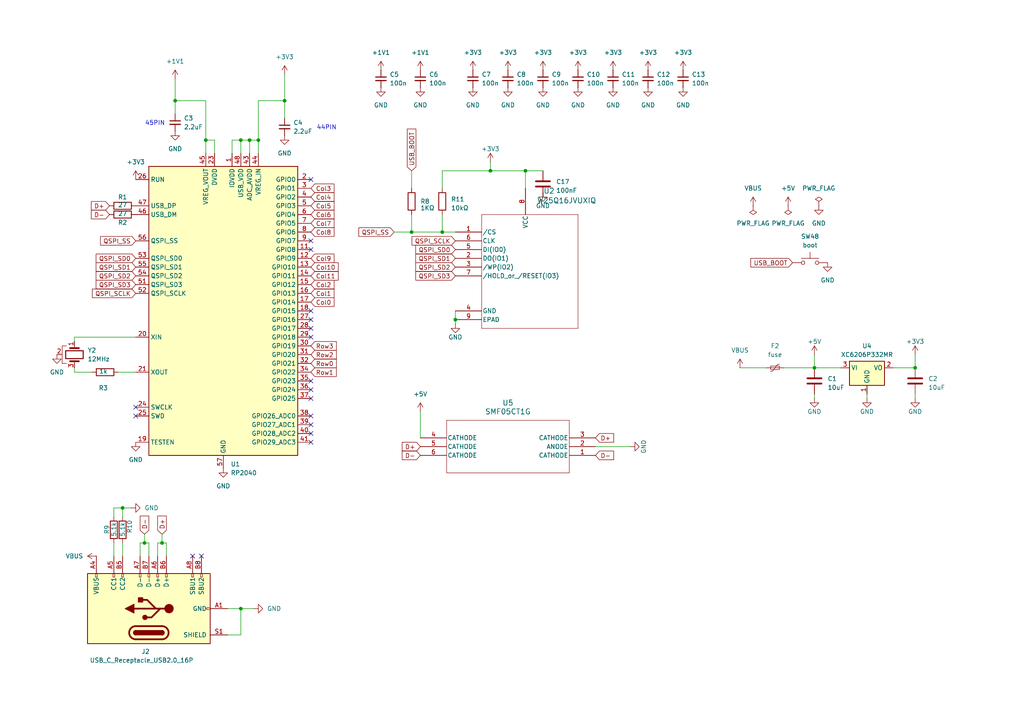
<source format=kicad_sch>
(kicad_sch (version 20250114) (generator "eeschema") (generator_version "9.0")
  (paper "A4")
  (text "45PIN" (at 44.958 35.814 0) (effects (font (size 1.27 1.27))))
  (text "44PIN" (at 94.742 37.084 0) (effects (font (size 1.27 1.27))))
  (junction (at 391.16 -5.08))
  (junction (at 332.74 -50.8))
  (junction (at 267.97 -69.85))
  (junction (at 283.21 -43.18))
  (junction (at 311.15 -69.85))
  (junction (at 375.92 -50.8))
  (junction (at 69.85 40.64))
  (junction (at 152.4 49.53))
  (junction (at 337.82 -5.08))
  (junction (at 119.38 67.31))
  (junction (at 224.79 -50.8))
  (junction (at 240.03 -5.08))
  (junction (at 326.39 -43.18))
  (junction (at 419.1 -69.85))
  (junction (at 419.1 -50.8))
  (junction (at 412.75 -43.18))
  (junction (at 265.43 106.68))
  (junction (at 304.8 -43.18))
  (junction (at 203.2 -69.85))
  (junction (at 261.62 -62.23))
  (junction (at 72.39 40.64))
  (junction (at 304.8 -5.08))
  (junction (at 369.57 -62.23))
  (junction (at 304.8 -24.13))
  (junction (at 128.27 67.31))
  (junction (at 132.08 92.71))
  (junction (at 283.21 -62.23))
  (junction (at 347.98 -62.23))
  (junction (at 419.1 -31.75))
  (junction (at 311.15 -31.75))
  (junction (at 261.62 -24.13))
  (junction (at 69.85 176.53))
  (junction (at 240.03 -24.13))
  (junction (at 397.51 -69.85))
  (junction (at 224.79 -31.75))
  (junction (at 397.51 -50.8))
  (junction (at 412.75 -24.13))
  (junction (at 326.39 -24.13))
  (junction (at 434.34 -24.13))
  (junction (at 203.2 -50.8))
  (junction (at 391.16 -24.13))
  (junction (at 375.92 -69.85))
  (junction (at 412.75 -62.23))
  (junction (at 218.44 -43.18))
  (junction (at 82.55 29.21))
  (junction (at 261.62 -43.18))
  (junction (at 354.33 -69.85))
  (junction (at 218.44 -24.13))
  (junction (at 434.34 -62.23))
  (junction (at 246.38 -69.85))
  (junction (at 354.33 -50.8))
  (junction (at 267.97 -31.75))
  (junction (at 59.69 40.64))
  (junction (at 369.57 -24.13))
  (junction (at 326.39 -62.23))
  (junction (at 283.21 -5.08))
  (junction (at 267.97 -50.8))
  (junction (at 142.24 49.53))
  (junction (at 218.44 -5.08))
  (junction (at 289.56 -31.75))
  (junction (at 246.38 -31.75))
  (junction (at 369.57 -5.08))
  (junction (at 246.38 -50.8))
  (junction (at 50.8 29.21))
  (junction (at 391.16 -62.23))
  (junction (at 240.03 -62.23))
  (junction (at 261.62 -5.08))
  (junction (at 347.98 -24.13))
  (junction (at 289.56 -50.8))
  (junction (at 397.51 -31.75))
  (junction (at 41.91 157.48))
  (junction (at 35.56 147.32))
  (junction (at 236.22 106.68))
  (junction (at 434.34 -43.18))
  (junction (at 347.98 -43.18))
  (junction (at 332.74 -69.85))
  (junction (at 434.34 -5.08))
  (junction (at 74.93 40.64))
  (junction (at 46.99 157.48))
  (junction (at 440.69 -31.75))
  (junction (at 283.21 -24.13))
  (junction (at 311.15 -50.8))
  (junction (at 354.33 -31.75))
  (junction (at 289.56 -69.85))
  (junction (at 391.16 -43.18))
  (junction (at 203.2 -31.75))
  (junction (at 440.69 -50.8))
  (junction (at 412.75 -5.08))
  (junction (at 304.8 -62.23))
  (junction (at 375.92 -31.75))
  (junction (at 218.44 -62.23))
  (junction (at 240.03 -43.18))
  (junction (at 224.79 -69.85))
  (junction (at 440.69 -69.85))
  (junction (at 369.57 -43.18))
  (no_connect (at 90.17 92.71))
  (no_connect (at 90.17 69.85))
  (no_connect (at 90.17 90.17))
  (no_connect (at 39.37 118.11))
  (no_connect (at 58.42 161.29))
  (no_connect (at 90.17 95.25))
  (no_connect (at 90.17 110.49))
  (no_connect (at 90.17 97.79))
  (no_connect (at 90.17 52.07))
  (no_connect (at 90.17 115.57))
  (no_connect (at 39.37 120.65))
  (no_connect (at 90.17 113.03))
  (no_connect (at 90.17 123.19))
  (no_connect (at 90.17 125.73))
  (no_connect (at 90.17 128.27))
  (no_connect (at 55.88 161.29))
  (no_connect (at 90.17 72.39))
  (no_connect (at 90.17 120.65))
  (wire (pts (xy 142.24 49.53) (xy 142.24 46.99)))
  (wire (pts (xy 66.04 184.15) (xy 69.85 184.15)))
  (wire (pts (xy 419.1 -69.85) (xy 419.1 -50.8)))
  (wire (pts (xy 114.3 67.31) (xy 119.38 67.31)))
  (wire (pts (xy 326.39 -24.13) (xy 347.98 -24.13)))
  (wire (pts (xy 369.57 -43.18) (xy 391.16 -43.18)))
  (wire (pts (xy 200.66 -24.13) (xy 218.44 -24.13)))
  (wire (pts (xy 246.38 -50.8) (xy 246.38 -31.75)))
  (wire (pts (xy 59.69 44.45) (xy 59.69 40.64)))
  (wire (pts (xy 419.1 -50.8) (xy 419.1 -31.75)))
  (wire (pts (xy 50.8 29.21) (xy 59.69 29.21)))
  (wire (pts (xy 69.85 176.53) (xy 73.66 176.53)))
  (wire (pts (xy 283.21 -62.23) (xy 304.8 -62.23)))
  (wire (pts (xy 265.43 115.57) (xy 265.43 114.3)))
  (wire (pts (xy 41.91 157.48) (xy 41.91 154.94)))
  (wire (pts (xy 132.08 92.71) (xy 132.08 93.98)))
  (wire (pts (xy 240.03 -24.13) (xy 261.62 -24.13)))
  (wire (pts (xy 132.08 90.17) (xy 132.08 92.71)))
  (wire (pts (xy 419.1 -81.28) (xy 419.1 -69.85)))
  (wire (pts (xy 332.74 -81.28) (xy 332.74 -69.85)))
  (wire (pts (xy 59.69 40.64) (xy 59.69 29.21)))
  (wire (pts (xy 236.22 114.3) (xy 236.22 115.57)))
  (wire (pts (xy 218.44 -62.23) (xy 240.03 -62.23)))
  (wire (pts (xy 391.16 -5.08) (xy 412.75 -5.08)))
  (wire (pts (xy 119.38 62.23) (xy 119.38 67.31)))
  (wire (pts (xy 326.39 -43.18) (xy 347.98 -43.18)))
  (wire (pts (xy 35.56 147.32) (xy 38.1 147.32)))
  (wire (pts (xy 203.2 -31.75) (xy 203.2 -12.7)))
  (wire (pts (xy 69.85 40.64) (xy 69.85 44.45)))
  (wire (pts (xy 142.24 49.53) (xy 152.4 49.53)))
  (wire (pts (xy 128.27 62.23) (xy 128.27 67.31)))
  (wire (pts (xy 267.97 -81.28) (xy 267.97 -69.85)))
  (wire (pts (xy 369.57 -62.23) (xy 391.16 -62.23)))
  (wire (pts (xy 67.31 40.64) (xy 67.31 44.45)))
  (wire (pts (xy 283.21 -43.18) (xy 304.8 -43.18)))
  (wire (pts (xy 419.1 -31.75) (xy 419.1 -12.7)))
  (wire (pts (xy 121.92 119.38) (xy 121.92 127)))
  (wire (pts (xy 326.39 -62.23) (xy 347.98 -62.23)))
  (wire (pts (xy 35.56 147.32) (xy 35.56 149.86)))
  (wire (pts (xy 289.56 -31.75) (xy 289.56 -12.7)))
  (wire (pts (xy 69.85 184.15) (xy 69.85 176.53)))
  (wire (pts (xy 218.44 -43.18) (xy 240.03 -43.18)))
  (wire (pts (xy 218.44 -24.13) (xy 240.03 -24.13)))
  (wire (pts (xy 289.56 -69.85) (xy 289.56 -50.8)))
  (wire (pts (xy 434.34 -62.23) (xy 455.93 -62.23)))
  (wire (pts (xy 236.22 106.68) (xy 236.22 102.87)))
  (wire (pts (xy 259.08 106.68) (xy 265.43 106.68)))
  (wire (pts (xy 224.79 -50.8) (xy 224.79 -31.75)))
  (wire (pts (xy 240.03 -5.08) (xy 261.62 -5.08)))
  (wire (pts (xy 218.44 -5.08) (xy 240.03 -5.08)))
  (wire (pts (xy 397.51 -31.75) (xy 397.51 -12.7)))
  (wire (pts (xy 152.4 49.53) (xy 157.48 49.53)))
  (wire (pts (xy 236.22 106.68) (xy 243.84 106.68)))
  (wire (pts (xy 267.97 -31.75) (xy 267.97 -12.7)))
  (wire (pts (xy 354.33 -50.8) (xy 354.33 -31.75)))
  (wire (pts (xy 311.15 -69.85) (xy 311.15 -50.8)))
  (wire (pts (xy 369.57 -24.13) (xy 391.16 -24.13)))
  (wire (pts (xy 62.23 44.45) (xy 62.23 40.64)))
  (wire (pts (xy 50.8 29.21) (xy 50.8 33.02)))
  (wire (pts (xy 412.75 -43.18) (xy 434.34 -43.18)))
  (wire (pts (xy 74.93 40.64) (xy 74.93 44.45)))
  (wire (pts (xy 26.67 107.95) (xy 21.59 107.95)))
  (wire (pts (xy 412.75 -5.08) (xy 434.34 -5.08)))
  (wire (pts (xy 48.26 157.48) (xy 46.99 157.48)))
  (wire (pts (xy 40.64 161.29) (xy 40.64 157.48)))
  (wire (pts (xy 43.18 157.48) (xy 41.91 157.48)))
  (wire (pts (xy 332.74 -50.8) (xy 332.74 -31.75)))
  (wire (pts (xy 246.38 -81.28) (xy 246.38 -69.85)))
  (wire (pts (xy 224.79 -69.85) (xy 224.79 -50.8)))
  (wire (pts (xy 82.55 21.59) (xy 82.55 29.21)))
  (wire (pts (xy 152.4 49.53) (xy 152.4 54.61)))
  (wire (pts (xy 434.34 -43.18) (xy 455.93 -43.18)))
  (wire (pts (xy 21.59 97.79) (xy 21.59 99.06)))
  (wire (pts (xy 251.46 115.57) (xy 251.46 114.3)))
  (wire (pts (xy 347.98 -62.23) (xy 369.57 -62.23)))
  (wire (pts (xy 74.93 40.64) (xy 74.93 29.21)))
  (wire (pts (xy 412.75 -24.13) (xy 434.34 -24.13)))
  (wire (pts (xy 391.16 -62.23) (xy 412.75 -62.23)))
  (wire (pts (xy 434.34 -5.08) (xy 455.93 -5.08)))
  (wire (pts (xy 412.75 -62.23) (xy 434.34 -62.23)))
  (wire (pts (xy 128.27 49.53) (xy 128.27 54.61)))
  (wire (pts (xy 35.56 157.48) (xy 35.56 161.29)))
  (wire (pts (xy 304.8 -43.18) (xy 326.39 -43.18)))
  (wire (pts (xy 45.72 161.29) (xy 45.72 157.48)))
  (wire (pts (xy 261.62 -5.08) (xy 283.21 -5.08)))
  (wire (pts (xy 283.21 -5.08) (xy 304.8 -5.08)))
  (wire (pts (xy 82.55 29.21) (xy 82.55 34.29)))
  (wire (pts (xy 347.98 -24.13) (xy 369.57 -24.13)))
  (wire (pts (xy 203.2 -81.28) (xy 203.2 -69.85)))
  (wire (pts (xy 200.66 -62.23) (xy 218.44 -62.23)))
  (wire (pts (xy 157.48 55.88) (xy 157.48 57.15)))
  (wire (pts (xy 289.56 -81.28) (xy 289.56 -69.85)))
  (wire (pts (xy 354.33 -69.85) (xy 354.33 -50.8)))
  (wire (pts (xy 311.15 -31.75) (xy 311.15 -12.7)))
  (wire (pts (xy 240.03 -43.18) (xy 261.62 -43.18)))
  (wire (pts (xy 224.79 -31.75) (xy 224.79 -12.7)))
  (wire (pts (xy 67.31 40.64) (xy 69.85 40.64)))
  (wire (pts (xy 375.92 -31.75) (xy 375.92 -12.7)))
  (wire (pts (xy 69.85 40.64) (xy 72.39 40.64)))
  (wire (pts (xy 21.59 107.95) (xy 21.59 106.68)))
  (wire (pts (xy 337.82 -5.08) (xy 369.57 -5.08)))
  (wire (pts (xy 200.66 -5.08) (xy 218.44 -5.08)))
  (wire (pts (xy 311.15 -81.28) (xy 311.15 -69.85)))
  (wire (pts (xy 224.79 -81.28) (xy 224.79 -69.85)))
  (wire (pts (xy 397.51 -69.85) (xy 397.51 -50.8)))
  (wire (pts (xy 369.57 -5.08) (xy 391.16 -5.08)))
  (wire (pts (xy 354.33 -31.75) (xy 354.33 -12.7)))
  (wire (pts (xy 397.51 -81.28) (xy 397.51 -69.85)))
  (wire (pts (xy 311.15 -12.7) (xy 322.58 -12.7)))
  (wire (pts (xy 45.72 157.48) (xy 46.99 157.48)))
  (wire (pts (xy 246.38 -69.85) (xy 246.38 -50.8)))
  (wire (pts (xy 48.26 161.29) (xy 48.26 157.48)))
  (wire (pts (xy 40.64 157.48) (xy 41.91 157.48)))
  (wire (pts (xy 304.8 -24.13) (xy 326.39 -24.13)))
  (wire (pts (xy 391.16 -43.18) (xy 412.75 -43.18)))
  (wire (pts (xy 240.03 -62.23) (xy 261.62 -62.23)))
  (wire (pts (xy 267.97 -69.85) (xy 267.97 -50.8)))
  (wire (pts (xy 304.8 -5.08) (xy 337.82 -5.08)))
  (wire (pts (xy 203.2 -69.85) (xy 203.2 -50.8)))
  (wire (pts (xy 33.02 147.32) (xy 35.56 147.32)))
  (wire (pts (xy 182.88 129.54) (xy 172.72 129.54)))
  (wire (pts (xy 397.51 -50.8) (xy 397.51 -31.75)))
  (wire (pts (xy 440.69 -50.8) (xy 440.69 -31.75)))
  (wire (pts (xy 375.92 -69.85) (xy 375.92 -50.8)))
  (wire (pts (xy 33.02 157.48) (xy 33.02 161.29)))
  (wire (pts (xy 74.93 29.21) (xy 82.55 29.21)))
  (wire (pts (xy 261.62 -24.13) (xy 283.21 -24.13)))
  (wire (pts (xy 261.62 -43.18) (xy 283.21 -43.18)))
  (wire (pts (xy 128.27 67.31) (xy 132.08 67.31)))
  (wire (pts (xy 440.69 -69.85) (xy 440.69 -50.8)))
  (wire (pts (xy 347.98 -43.18) (xy 369.57 -43.18)))
  (wire (pts (xy 354.33 -81.28) (xy 354.33 -69.85)))
  (wire (pts (xy 72.39 40.64) (xy 72.39 44.45)))
  (wire (pts (xy 265.43 102.87) (xy 265.43 106.68)))
  (wire (pts (xy 267.97 -50.8) (xy 267.97 -31.75)))
  (wire (pts (xy 50.8 22.86) (xy 50.8 29.21)))
  (wire (pts (xy 203.2 -50.8) (xy 203.2 -31.75)))
  (wire (pts (xy 311.15 -50.8) (xy 311.15 -31.75)))
  (wire (pts (xy 214.63 106.68) (xy 222.25 106.68)))
  (wire (pts (xy 33.02 149.86) (xy 33.02 147.32)))
  (wire (pts (xy 43.18 161.29) (xy 43.18 157.48)))
  (wire (pts (xy 391.16 -24.13) (xy 412.75 -24.13)))
  (wire (pts (xy 375.92 -50.8) (xy 375.92 -31.75)))
  (wire (pts (xy 59.69 40.64) (xy 62.23 40.64)))
  (wire (pts (xy 440.69 -81.28) (xy 440.69 -69.85)))
  (wire (pts (xy 142.24 49.53) (xy 128.27 49.53)))
  (wire (pts (xy 39.37 97.79) (xy 21.59 97.79)))
  (wire (pts (xy 46.99 157.48) (xy 46.99 154.94)))
  (wire (pts (xy 283.21 -24.13) (xy 304.8 -24.13)))
  (wire (pts (xy 434.34 -24.13) (xy 455.93 -24.13)))
  (wire (pts (xy 332.74 -69.85) (xy 332.74 -50.8)))
  (wire (pts (xy 375.92 -81.28) (xy 375.92 -69.85)))
  (wire (pts (xy 304.8 -62.23) (xy 326.39 -62.23)))
  (wire (pts (xy 119.38 49.53) (xy 119.38 54.61)))
  (wire (pts (xy 119.38 67.31) (xy 128.27 67.31)))
  (wire (pts (xy 200.66 -43.18) (xy 218.44 -43.18)))
  (wire (pts (xy 72.39 40.64) (xy 74.93 40.64)))
  (wire (pts (xy 246.38 -31.75) (xy 246.38 -12.7)))
  (wire (pts (xy 289.56 -50.8) (xy 289.56 -31.75)))
  (wire (pts (xy 34.29 107.95) (xy 39.37 107.95)))
  (wire (pts (xy 261.62 -62.23) (xy 283.21 -62.23)))
  (wire (pts (xy 66.04 176.53) (xy 69.85 176.53)))
  (wire (pts (xy 227.33 106.68) (xy 236.22 106.68)))
  (wire (pts (xy 440.69 -31.75) (xy 440.69 -12.7)))
  (global_label "Col3" (shape input) (at 90.17 54.61 0) (property "Intersheetrefs" "${INTERSHEET_REFS}" (effects (hide yes))))
  (global_label "USB_BOOT" (shape input) (at 119.38 49.53 90) (property "Intersheetrefs" "${INTERSHEET_REFS}" (effects (hide yes))))
  (global_label "QSPI_SS" (shape input) (at 114.3 67.31 180) (property "Intersheetrefs" "${INTERSHEET_REFS}" (effects (hide yes))))
  (global_label "Row3" (shape input) (at 200.66 -5.08 180) (property "Intersheetrefs" "${INTERSHEET_REFS}" (effects (hide yes))))
  (global_label "Col5" (shape input) (at 90.17 59.69 0) (property "Intersheetrefs" "${INTERSHEET_REFS}" (effects (hide yes))))
  (global_label "Col6" (shape input) (at 332.74 -81.28 90) (property "Intersheetrefs" "${INTERSHEET_REFS}" (effects (hide yes))))
  (global_label "Col1" (shape input) (at 90.17 85.09 0) (property "Intersheetrefs" "${INTERSHEET_REFS}" (effects (hide yes))))
  (global_label "QSPI_SCLK" (shape input) (at 39.37 85.09 180) (property "Intersheetrefs" "${INTERSHEET_REFS}" (effects (hide yes))))
  (global_label "Col0" (shape input) (at 203.2 -81.28 90) (property "Intersheetrefs" "${INTERSHEET_REFS}" (effects (hide yes))))
  (global_label "QSPI_SD2" (shape input) (at 39.37 80.01 180) (property "Intersheetrefs" "${INTERSHEET_REFS}" (effects (hide yes))))
  (global_label "Row3" (shape input) (at 90.17 100.33 0) (property "Intersheetrefs" "${INTERSHEET_REFS}" (effects (hide yes))))
  (global_label "QSPI_SS" (shape input) (at 39.37 69.85 180) (property "Intersheetrefs" "${INTERSHEET_REFS}" (effects (hide yes))))
  (global_label "Col5" (shape input) (at 311.15 -81.28 90) (property "Intersheetrefs" "${INTERSHEET_REFS}" (effects (hide yes))))
  (global_label "Col0" (shape input) (at 90.17 87.63 0) (property "Intersheetrefs" "${INTERSHEET_REFS}" (effects (hide yes))))
  (global_label "Col3" (shape input) (at 267.97 -81.28 90) (property "Intersheetrefs" "${INTERSHEET_REFS}" (effects (hide yes))))
  (global_label "QSPI_SD0" (shape input) (at 39.37 74.93 180) (property "Intersheetrefs" "${INTERSHEET_REFS}" (effects (hide yes))))
  (global_label "QSPI_SD2" (shape input) (at 132.08 77.47 180) (property "Intersheetrefs" "${INTERSHEET_REFS}" (effects (hide yes))))
  (global_label "Col4" (shape input) (at 289.56 -81.28 90) (property "Intersheetrefs" "${INTERSHEET_REFS}" (effects (hide yes))))
  (global_label "Col10" (shape input) (at 419.1 -81.28 90) (property "Intersheetrefs" "${INTERSHEET_REFS}" (effects (hide yes))))
  (global_label "Col11" (shape input) (at 440.69 -81.28 90) (property "Intersheetrefs" "${INTERSHEET_REFS}" (effects (hide yes))))
  (global_label "Col9" (shape input) (at 397.51 -81.28 90) (property "Intersheetrefs" "${INTERSHEET_REFS}" (effects (hide yes))))
  (global_label "Col9" (shape input) (at 90.17 74.93 0) (property "Intersheetrefs" "${INTERSHEET_REFS}" (effects (hide yes))))
  (global_label "Col10" (shape input) (at 90.17 77.47 0) (property "Intersheetrefs" "${INTERSHEET_REFS}" (effects (hide yes))))
  (global_label "QSPI_SD1" (shape input) (at 132.08 74.93 180) (property "Intersheetrefs" "${INTERSHEET_REFS}" (effects (hide yes))))
  (global_label "D+" (shape input) (at 121.92 129.54 180) (property "Intersheetrefs" "${INTERSHEET_REFS}" (effects (hide yes))))
  (global_label "D+" (shape input) (at 46.99 154.94 90) (property "Intersheetrefs" "${INTERSHEET_REFS}" (effects (hide yes))))
  (global_label "USB_BOOT" (shape input) (at 229.87 76.2 180) (property "Intersheetrefs" "${INTERSHEET_REFS}" (effects (hide yes))))
  (global_label "Col1" (shape input) (at 224.79 -81.28 90) (property "Intersheetrefs" "${INTERSHEET_REFS}" (effects (hide yes))))
  (global_label "Col8" (shape input) (at 375.92 -81.28 90) (property "Intersheetrefs" "${INTERSHEET_REFS}" (effects (hide yes))))
  (global_label "QSPI_SD0" (shape input) (at 132.08 72.39 180) (property "Intersheetrefs" "${INTERSHEET_REFS}" (effects (hide yes))))
  (global_label "QSPI_SD3" (shape input) (at 39.37 82.55 180) (property "Intersheetrefs" "${INTERSHEET_REFS}" (effects (hide yes))))
  (global_label "Col2" (shape input) (at 246.38 -81.28 90) (property "Intersheetrefs" "${INTERSHEET_REFS}" (effects (hide yes))))
  (global_label "D-" (shape input) (at 172.72 132.08 0) (property "Intersheetrefs" "${INTERSHEET_REFS}" (effects (hide yes))))
  (global_label "QSPI_SCLK" (shape input) (at 132.08 69.85 180) (property "Intersheetrefs" "${INTERSHEET_REFS}" (effects (hide yes))))
  (global_label "Row0" (shape input) (at 200.66 -62.23 180) (property "Intersheetrefs" "${INTERSHEET_REFS}" (effects (hide yes))))
  (global_label "QSPI_SD3" (shape input) (at 132.08 80.01 180) (property "Intersheetrefs" "${INTERSHEET_REFS}" (effects (hide yes))))
  (global_label "Col4" (shape input) (at 90.17 57.15 0) (property "Intersheetrefs" "${INTERSHEET_REFS}" (effects (hide yes))))
  (global_label "D-" (shape input) (at 31.75 62.23 180) (property "Intersheetrefs" "${INTERSHEET_REFS}" (effects (hide yes))))
  (global_label "Col8" (shape input) (at 90.17 67.31 0) (property "Intersheetrefs" "${INTERSHEET_REFS}" (effects (hide yes))))
  (global_label "Col2" (shape input) (at 90.17 82.55 0) (property "Intersheetrefs" "${INTERSHEET_REFS}" (effects (hide yes))))
  (global_label "D+" (shape input) (at 172.72 127 0) (property "Intersheetrefs" "${INTERSHEET_REFS}" (effects (hide yes))))
  (global_label "Col7" (shape input) (at 90.17 64.77 0) (property "Intersheetrefs" "${INTERSHEET_REFS}" (effects (hide yes))))
  (global_label "QSPI_SD1" (shape input) (at 39.37 77.47 180) (property "Intersheetrefs" "${INTERSHEET_REFS}" (effects (hide yes))))
  (global_label "Col6" (shape input) (at 90.17 62.23 0) (property "Intersheetrefs" "${INTERSHEET_REFS}" (effects (hide yes))))
  (global_label "Row0" (shape input) (at 90.17 105.41 0) (property "Intersheetrefs" "${INTERSHEET_REFS}" (effects (hide yes))))
  (global_label "D-" (shape input) (at 121.92 132.08 180) (property "Intersheetrefs" "${INTERSHEET_REFS}" (effects (hide yes))))
  (global_label "Col11" (shape input) (at 90.17 80.01 0) (property "Intersheetrefs" "${INTERSHEET_REFS}" (effects (hide yes))))
  (global_label "Row2" (shape input) (at 200.66 -24.13 180) (property "Intersheetrefs" "${INTERSHEET_REFS}" (effects (hide yes))))
  (global_label "Col7" (shape input) (at 354.33 -81.28 90) (property "Intersheetrefs" "${INTERSHEET_REFS}" (effects (hide yes))))
  (global_label "Row1" (shape input) (at 90.17 107.95 0) (property "Intersheetrefs" "${INTERSHEET_REFS}" (effects (hide yes))))
  (global_label "D-" (shape input) (at 41.91 154.94 90) (property "Intersheetrefs" "${INTERSHEET_REFS}" (effects (hide yes))))
  (global_label "Row2" (shape input) (at 90.17 102.87 0) (property "Intersheetrefs" "${INTERSHEET_REFS}" (effects (hide yes))))
  (global_label "Row1" (shape input) (at 200.66 -43.18 180) (property "Intersheetrefs" "${INTERSHEET_REFS}" (effects (hide yes))))
  (global_label "D+" (shape input) (at 31.75 59.69 180) (property "Intersheetrefs" "${INTERSHEET_REFS}" (effects (hide yes))))
  (symbol (lib_id "kbd:SW_PUSH") (at 448.31 -12.7 0) (unit 1)
    (property "Reference" "SW47" (at 448.31 -20.32 0))
    (property "Value" "SW_PUSH" (at 448.31 -17.78 0))
    (property "Footprint" "kbd_SW:Choc_v2_Hotswap_1u" (at 448.31 -12.7 0))
  )
  (symbol (lib_name "C_Small_1") (lib_id "Device:C_Small") (at 187.96 22.86 0) (unit 1)
    (property "Reference" "C12" (at 190.5 21.5962 0) (effects (justify left)))
    (property "Value" "100n" (at 190.5 24.1362 0) (effects (justify left)))
    (property "Footprint" "Capacitor_SMD:C_0402_1005Metric" (effects (hide yes)))
    (property "Description" "Unpolarized capacitor, small symbol" (effects (hide yes)))
  )
  (symbol (lib_id "kbd:SW_PUSH") (at 254 -31.75 0) (unit 1)
    (property "Reference" "SW27" (at 254 -39.37 0))
    (property "Value" "SW_PUSH" (at 254 -36.83 0))
    (property "Footprint" "kbd_SW:Choc_v2_Hotswap_1u" (at 254 -31.75 0))
  )
  (symbol (lib_id "Device:D") (at 391.16 -27.94 90) (unit 1)
    (property "Reference" "D33" (at 393.7 -29.2101 90) (effects (justify right)))
    (property "Value" "D" (at 393.7 -26.6701 90) (effects (justify right)))
    (property "Footprint" "kbd_Parts:Diode_TH_SMD" (effects (hide yes)))
    (property "Description" "Diode" (effects (hide yes)))
    (property "Sim.Device" "D" (effects (hide yes)))
    (property "Sim.Pins" "1=K 2=A" (effects (hide yes)))
  )
  (symbol (lib_id "Device:D") (at 369.57 -27.94 90) (unit 1)
    (property "Reference" "D32" (at 372.11 -29.2101 90) (effects (justify right)))
    (property "Value" "D" (at 372.11 -26.6701 90) (effects (justify right)))
    (property "Footprint" "kbd_Parts:Diode_TH_SMD" (effects (hide yes)))
    (property "Description" "Diode" (effects (hide yes)))
    (property "Sim.Device" "D" (effects (hide yes)))
    (property "Sim.Pins" "1=K 2=A" (effects (hide yes)))
  )
  (symbol (lib_name "C_Small_1") (lib_id "Device:C_Small") (at 167.64 22.86 0) (unit 1)
    (property "Reference" "C10" (at 170.18 21.5962 0) (effects (justify left)))
    (property "Value" "100n" (at 170.18 24.1362 0) (effects (justify left)))
    (property "Footprint" "Capacitor_SMD:C_0402_1005Metric" (effects (hide yes)))
    (property "Description" "Unpolarized capacitor, small symbol" (effects (hide yes)))
  )
  (symbol (lib_id "kbd:SW_PUSH") (at 405.13 -69.85 0) (unit 1)
    (property "Reference" "SW10" (at 405.13 -77.47 0))
    (property "Value" "SW_PUSH" (at 405.13 -74.93 0))
    (property "Footprint" "kbd_SW:Choc_v2_Hotswap_1u" (at 405.13 -69.85 0))
  )
  (symbol (lib_id "Device:D") (at 283.21 -8.89 90) (unit 1)
    (property "Reference" "D40" (at 285.75 -10.1601 90) (effects (justify right)))
    (property "Value" "D" (at 285.75 -7.6201 90) (effects (justify right)))
    (property "Footprint" "kbd_Parts:Diode_TH_SMD" (effects (hide yes)))
    (property "Description" "Diode" (effects (hide yes)))
    (property "Sim.Device" "D" (effects (hide yes)))
    (property "Sim.Pins" "1=K 2=A" (effects (hide yes)))
  )
  (symbol (lib_id "Device:D") (at 218.44 -46.99 90) (unit 1)
    (property "Reference" "D13" (at 220.98 -48.2601 90) (effects (justify right)))
    (property "Value" "D" (at 220.98 -45.7201 90) (effects (justify right)))
    (property "Footprint" "kbd_Parts:Diode_TH_SMD" (effects (hide yes)))
    (property "Description" "Diode" (effects (hide yes)))
    (property "Sim.Device" "D" (effects (hide yes)))
    (property "Sim.Pins" "1=K 2=A" (effects (hide yes)))
  )
  (symbol (lib_id "Device:D") (at 434.34 -66.04 90) (unit 1)
    (property "Reference" "D11" (at 436.88 -67.3101 90) (effects (justify right)))
    (property "Value" "D" (at 436.88 -64.7701 90) (effects (justify right)))
    (property "Footprint" "kbd_Parts:Diode_TH_SMD" (effects (hide yes)))
    (property "Description" "Diode" (effects (hide yes)))
    (property "Sim.Device" "D" (effects (hide yes)))
    (property "Sim.Pins" "1=K 2=A" (effects (hide yes)))
  )
  (symbol (lib_id "Device:R") (at 35.56 153.67 0) (unit 1)
    (property "Reference" "R10" (at 37.592 154.686 90) (effects (justify left)))
    (property "Value" "5.1k" (at 35.56 155.702 90) (effects (justify left)))
    (property "Footprint" "Resistor_SMD:R_0402_1005Metric" (effects (hide yes)))
    (property "Description" "Resistor" (effects (hide yes)))
  )
  (symbol (lib_id "kbd:SW_PUSH") (at 426.72 -69.85 0) (unit 1)
    (property "Reference" "SW11" (at 426.72 -77.47 0))
    (property "Value" "SW_PUSH" (at 426.72 -74.93 0))
    (property "Footprint" "kbd_SW:Choc_v2_Hotswap_1u" (at 426.72 -69.85 0))
  )
  (symbol (lib_id "power:GND") (at 182.88 129.54 90) (unit 1)
    (property "Reference" "#PWR054" (effects (hide yes)))
    (property "Value" "GND" (at 186.69 129.54 0))
  )
  (symbol (lib_id "Device:D") (at 455.93 -66.04 90) (unit 1)
    (property "Reference" "D12" (at 458.47 -67.3101 90) (effects (justify right)))
    (property "Value" "D" (at 458.47 -64.7701 90) (effects (justify right)))
    (property "Footprint" "kbd_Parts:Diode_TH_SMD" (effects (hide yes)))
    (property "Description" "Diode" (effects (hide yes)))
    (property "Sim.Device" "D" (effects (hide yes)))
    (property "Sim.Pins" "1=K 2=A" (effects (hide yes)))
  )
  (symbol (lib_id "MCU_RaspberryPi:RP2040") (at 64.77 90.17 0) (unit 1)
    (property "Reference" "U1" (at 66.9133 134.62 0) (effects (justify left)))
    (property "Value" "RP2040" (at 66.9133 137.16 0) (effects (justify left)))
    (property "Footprint" "Package_DFN_QFN:QFN-56-1EP_7x7mm_P0.4mm_EP3.2x3.2mm" (effects (hide yes)))
    (property "Datasheet" "https://datasheets.raspberrypi.com/rp2040/rp2040-datasheet.pdf" (effects (hide yes)))
    (property "Description" "A microcontroller by Raspberry Pi" (effects (hide yes)))
  )
  (symbol (lib_id "power:GND") (at 240.03 76.2 0) (unit 1)
    (property "Reference" "#PWR05" (effects (hide yes)))
    (property "Value" "GND" (at 240.03 81.28 0))
    (property "Description" "Power symbol creates a global label with name \"GND\" , ground" (effects (hide yes)))
  )
  (symbol (lib_id "power:+1V1") (at 121.92 20.32 0) (unit 1)
    (property "Reference" "#PWR018" (effects (hide yes)))
    (property "Value" "+1V1" (at 121.92 15.24 0))
    (property "Description" "Power symbol creates a global label with name \"+1V1\"" (effects (hide yes)))
  )
  (symbol (lib_id "power:GND") (at 16.51 102.87 0) (unit 1)
    (property "Reference" "#PWR010" (effects (hide yes)))
    (property "Value" "GND" (at 16.51 107.95 0))
    (property "Description" "Power symbol creates a global label with name \"GND\" , ground" (effects (hide yes)))
  )
  (symbol (lib_id "Device:Polyfuse_Small") (at 224.79 106.68 90) (unit 1)
    (property "Reference" "F2" (at 224.79 100.33 90))
    (property "Value" "fuse" (at 224.79 102.87 90))
    (property "Footprint" "Fuse:Fuse_1206_3216Metric" (effects (hide yes)))
    (property "Description" "C70076" (effects (hide yes)))
  )
  (symbol (lib_id "Device:D") (at 283.21 -46.99 90) (unit 1)
    (property "Reference" "D16" (at 285.75 -48.2601 90) (effects (justify right)))
    (property "Value" "D" (at 285.75 -45.7201 90) (effects (justify right)))
    (property "Footprint" "kbd_Parts:Diode_TH_SMD" (effects (hide yes)))
    (property "Description" "Diode" (effects (hide yes)))
    (property "Sim.Device" "D" (effects (hide yes)))
    (property "Sim.Pins" "1=K 2=A" (effects (hide yes)))
  )
  (symbol (lib_id "kbd:SW_PUSH") (at 405.13 -50.8 0) (unit 1)
    (property "Reference" "SW22" (at 405.13 -58.42 0))
    (property "Value" "SW_PUSH" (at 405.13 -55.88 0))
    (property "Footprint" "kbd_SW:Choc_v2_Hotswap_1u" (at 405.13 -50.8 0))
  )
  (symbol (lib_id "power:+3V3") (at 147.32 20.32 0) (unit 1)
    (property "Reference" "#PWR022" (effects (hide yes)))
    (property "Value" "+3V3" (at 147.32 15.24 0))
    (property "Description" "Power symbol creates a global label with name \"+3V3\"" (effects (hide yes)))
  )
  (symbol (lib_id "Device:C") (at 265.43 110.49 0) (unit 1)
    (property "Reference" "C2" (at 269.24 109.855 0) (effects (justify left)))
    (property "Value" "10uF" (at 269.24 112.395 0) (effects (justify left)))
    (property "Footprint" "Capacitor_SMD:C_0402_1005Metric" (effects (hide yes)))
    (property "JLCPCB Part #" "C15525" (effects (hide yes)))
  )
  (symbol (lib_id "kbd:SW_PUSH") (at 297.18 -69.85 0) (unit 1)
    (property "Reference" "SW5" (at 297.18 -77.47 0))
    (property "Value" "SW_PUSH" (at 297.18 -74.93 0))
    (property "Footprint" "kbd_SW:Choc_v2_Hotswap_1u" (at 297.18 -69.85 0))
  )
  (symbol (lib_id "kbd:SW_PUSH") (at 297.18 -50.8 0) (unit 1)
    (property "Reference" "SW17" (at 297.18 -58.42 0))
    (property "Value" "SW_PUSH" (at 297.18 -55.88 0))
    (property "Footprint" "kbd_SW:Choc_v2_Hotswap_1u" (at 297.18 -50.8 0))
  )
  (symbol (lib_id "power:VBUS") (at 27.94 161.29 90) (unit 1)
    (property "Reference" "#PWR048" (effects (hide yes)))
    (property "Value" "VBUS" (at 24.13 161.2899 90) (effects (justify left)))
    (property "Description" "Power symbol creates a global label with name \"VBUS\"" (effects (hide yes)))
  )
  (symbol (lib_id "Device:R") (at 119.38 58.42 180) (unit 1)
    (property "Reference" "R8" (at 121.92 58.4199 0) (effects (justify right)))
    (property "Value" "1KΩ" (at 121.92 60.325 0) (effects (justify right)))
    (property "Footprint" "Resistor_SMD:R_0402_1005Metric" (effects (hide yes)))
    (property "JLCPCB Part #" "C11702" (effects (hide yes)))
  )
  (symbol (lib_id "Device:D") (at 434.34 -8.89 90) (unit 1)
    (property "Reference" "D46" (at 436.88 -10.1601 90) (effects (justify right)))
    (property "Value" "D" (at 436.88 -7.6201 90) (effects (justify right)))
    (property "Footprint" "kbd_Parts:Diode_TH_SMD" (effects (hide yes)))
    (property "Description" "Diode" (effects (hide yes)))
    (property "Sim.Device" "D" (effects (hide yes)))
    (property "Sim.Pins" "1=K 2=A" (effects (hide yes)))
  )
  (symbol (lib_id "power:GND") (at 137.16 25.4 0) (unit 1)
    (property "Reference" "#PWR021" (effects (hide yes)))
    (property "Value" "GND" (at 137.16 30.48 0))
    (property "Description" "Power symbol creates a global label with name \"GND\" , ground" (effects (hide yes)))
  )
  (symbol (lib_id "Device:D") (at 412.75 -66.04 90) (unit 1)
    (property "Reference" "D10" (at 415.29 -67.3101 90) (effects (justify right)))
    (property "Value" "D" (at 415.29 -64.7701 90) (effects (justify right)))
    (property "Footprint" "kbd_Parts:Diode_TH_SMD" (effects (hide yes)))
    (property "Description" "Diode" (effects (hide yes)))
    (property "Sim.Device" "D" (effects (hide yes)))
    (property "Sim.Pins" "1=K 2=A" (effects (hide yes)))
  )
  (symbol (lib_id "Device:D") (at 337.82 -8.89 90) (unit 1)
    (property "Reference" "D42" (at 340.36 -10.1601 90) (effects (justify right)))
    (property "Value" "D" (at 340.36 -7.6201 90) (effects (justify right)))
    (property "Footprint" "kbd_Parts:Diode_TH_SMD" (effects (hide yes)))
    (property "Description" "Diode" (effects (hide yes)))
    (property "Sim.Device" "D" (effects (hide yes)))
    (property "Sim.Pins" "1=K 2=A" (effects (hide yes)))
  )
  (symbol (lib_id "Device:D") (at 261.62 -27.94 90) (unit 1)
    (property "Reference" "D27" (at 264.16 -29.2101 90) (effects (justify right)))
    (property "Value" "D" (at 264.16 -26.6701 90) (effects (justify right)))
    (property "Footprint" "kbd_Parts:Diode_TH_SMD" (effects (hide yes)))
    (property "Description" "Diode" (effects (hide yes)))
    (property "Sim.Device" "D" (effects (hide yes)))
    (property "Sim.Pins" "1=K 2=A" (effects (hide yes)))
  )
  (symbol (lib_id "kbd:SW_PUSH") (at 361.95 -12.7 0) (unit 1)
    (property "Reference" "SW43" (at 361.95 -20.32 0))
    (property "Value" "SW_PUSH" (at 361.95 -17.78 0))
    (property "Footprint" "kbd_SW:Choc_v2_Hotswap_1u" (at 361.95 -12.7 0))
  )
  (symbol (lib_id "Device:D") (at 240.03 -66.04 90) (unit 1)
    (property "Reference" "D2" (at 242.57 -67.3101 90) (effects (justify right)))
    (property "Value" "D" (at 242.57 -64.7701 90) (effects (justify right)))
    (property "Footprint" "kbd_Parts:Diode_TH_SMD" (effects (hide yes)))
    (property "Description" "Diode" (effects (hide yes)))
    (property "Sim.Device" "D" (effects (hide yes)))
    (property "Sim.Pins" "1=K 2=A" (effects (hide yes)))
  )
  (symbol (lib_id "kbd:SW_PUSH") (at 383.54 -69.85 0) (unit 1)
    (property "Reference" "SW9" (at 383.54 -77.47 0))
    (property "Value" "SW_PUSH" (at 383.54 -74.93 0))
    (property "Footprint" "kbd_SW:Choc_v2_Hotswap_1u" (at 383.54 -69.85 0))
  )
  (symbol (lib_id "Device:D") (at 240.03 -8.89 90) (unit 1)
    (property "Reference" "D38" (at 242.57 -10.1601 90) (effects (justify right)))
    (property "Value" "D" (at 242.57 -7.6201 90) (effects (justify right)))
    (property "Footprint" "kbd_Parts:Diode_TH_SMD" (effects (hide yes)))
    (property "Description" "Diode" (effects (hide yes)))
    (property "Sim.Device" "D" (effects (hide yes)))
    (property "Sim.Pins" "1=K 2=A" (effects (hide yes)))
  )
  (symbol (lib_id "power:GND") (at 157.48 55.88 0) (unit 1)
    (property "Reference" "#PWR047" (effects (hide yes)))
    (property "Value" "GND" (at 157.48 59.69 0))
  )
  (symbol (lib_id "Switch:SW_Push") (at 234.95 76.2 0) (unit 1)
    (property "Reference" "SW48" (at 234.95 68.58 0))
    (property "Value" "boot" (at 234.95 71.12 0))
    (property "Footprint" "Button_Switch_SMD:SW_Push_1P1T_XKB_TS-1187A" (effects (hide yes)))
    (property "Description" "Push button switch, generic, two pins" (effects (hide yes)))
  )
  (symbol (lib_id "kbd:SW_PUSH") (at 426.72 -12.7 0) (unit 1)
    (property "Reference" "SW46" (at 426.72 -20.32 0))
    (property "Value" "SW_PUSH" (at 426.72 -17.78 0))
    (property "Footprint" "kbd_SW:Choc_v2_Hotswap_1u" (at 426.72 -12.7 0))
  )
  (symbol (lib_name "C_Small_1") (lib_id "Device:C_Small") (at 137.16 22.86 0) (unit 1)
    (property "Reference" "C7" (at 139.7 21.5962 0) (effects (justify left)))
    (property "Value" "100n" (at 139.7 24.1362 0) (effects (justify left)))
    (property "Footprint" "Capacitor_SMD:C_0402_1005Metric" (effects (hide yes)))
    (property "Description" "Unpolarized capacitor, small symbol" (effects (hide yes)))
  )
  (symbol (lib_id "kbd:SW_PUSH") (at 383.54 -12.7 0) (unit 1)
    (property "Reference" "SW44" (at 383.54 -20.32 0))
    (property "Value" "SW_PUSH" (at 383.54 -17.78 0))
    (property "Footprint" "kbd_SW:Choc_v2_Hotswap_1u" (at 383.54 -12.7 0))
  )
  (symbol (lib_id "Device:Crystal_GND2") (at 21.59 102.87 270) (unit 1)
    (property "Reference" "Y2" (at 25.4 101.5999 90) (effects (justify left)))
    (property "Value" "12MHz" (at 25.4 104.1399 90) (effects (justify left)))
    (property "Footprint" "Crystal:Resonator_SMD_Murata_CSTxExxV-3Pin_3.0x1.1mm" (effects (hide yes)))
    (property "Description" "Three pin crystal, GND on pin 2" (effects (hide yes)))
    (property "JLCPCB Part #" "JLCPCB Part #" (effects (hide yes)))
  )
  (symbol (lib_id "kbd:SW_PUSH") (at 340.36 -31.75 0) (unit 1)
    (property "Reference" "SW31" (at 340.36 -39.37 0))
    (property "Value" "SW_PUSH" (at 340.36 -36.83 0))
    (property "Footprint" "kbd_SW:Choc_v2_Hotswap_1u" (at 340.36 -31.75 0))
  )
  (symbol (lib_id "Device:D") (at 240.03 -46.99 90) (unit 1)
    (property "Reference" "D14" (at 242.57 -48.2601 90) (effects (justify right)))
    (property "Value" "D" (at 242.57 -45.7201 90) (effects (justify right)))
    (property "Footprint" "kbd_Parts:Diode_TH_SMD" (effects (hide yes)))
    (property "Description" "Diode" (effects (hide yes)))
    (property "Sim.Device" "D" (effects (hide yes)))
    (property "Sim.Pins" "1=K 2=A" (effects (hide yes)))
  )
  (symbol (lib_id "Device:D") (at 283.21 -66.04 90) (unit 1)
    (property "Reference" "D4" (at 285.75 -67.3101 90) (effects (justify right)))
    (property "Value" "D" (at 285.75 -64.7701 90) (effects (justify right)))
    (property "Footprint" "kbd_Parts:Diode_TH_SMD" (effects (hide yes)))
    (property "Description" "Diode" (effects (hide yes)))
    (property "Sim.Device" "D" (effects (hide yes)))
    (property "Sim.Pins" "1=K 2=A" (effects (hide yes)))
  )
  (symbol (lib_id "kbd:SW_PUSH") (at 254 -12.7 0) (unit 1)
    (property "Reference" "SW39" (at 254 -20.32 0))
    (property "Value" "SW_PUSH" (at 254 -17.78 0))
    (property "Footprint" "kbd_SW:Choc_v2_Hotswap_1u" (at 254 -12.7 0))
  )
  (symbol (lib_id "power:+3V3") (at 177.8 20.32 0) (unit 1)
    (property "Reference" "#PWR028" (effects (hide yes)))
    (property "Value" "+3V3" (at 177.8 15.24 0))
    (property "Description" "Power symbol creates a global label with name \"+3V3\"" (effects (hide yes)))
  )
  (symbol (lib_id "kbd:SW_PUSH") (at 210.82 -69.85 0) (unit 1)
    (property "Reference" "SW1" (at 210.82 -77.47 0))
    (property "Value" "SW_PUSH" (at 210.82 -74.93 0))
    (property "Footprint" "kbd_SW:Choc_v2_Hotswap_1u" (at 210.82 -69.85 0))
  )
  (symbol (lib_id "Device:D") (at 218.44 -66.04 90) (unit 1)
    (property "Reference" "D1" (at 220.98 -67.3101 90) (effects (justify right)))
    (property "Value" "D" (at 220.98 -64.7701 90) (effects (justify right)))
    (property "Footprint" "kbd_Parts:Diode_TH_SMD" (effects (hide yes)))
    (property "Description" "Diode" (effects (hide yes)))
    (property "Sim.Device" "D" (effects (hide yes)))
    (property "Sim.Pins" "1=K 2=A" (effects (hide yes)))
  )
  (symbol (lib_id "power:+5V") (at 228.6 59.69 0) (unit 1)
    (property "Reference" "#PWR02" (effects (hide yes)))
    (property "Value" "+5V" (at 228.6 54.61 0))
    (property "Description" "Power symbol creates a global label with name \"+5V\"" (effects (hide yes)))
  )
  (symbol (lib_id "kbd:SW_PUSH") (at 275.59 -12.7 0) (unit 1)
    (property "Reference" "SW40" (at 275.59 -20.32 0))
    (property "Value" "SW_PUSH" (at 275.59 -17.78 0))
    (property "Footprint" "kbd_SW:Choc_v2_Hotswap_1u" (at 275.59 -12.7 0))
  )
  (symbol (lib_id "Device:R") (at 35.56 62.23 90) (unit 1)
    (property "Reference" "R2" (at 35.56 64.516 90))
    (property "Value" "27" (at 35.56 61.976 90))
    (property "Footprint" "Resistor_SMD:R_0402_1005Metric" (effects (hide yes)))
    (property "Description" "Resistor" (effects (hide yes)))
  )
  (symbol (lib_id "Device:D") (at 347.98 -46.99 90) (unit 1)
    (property "Reference" "D19" (at 350.52 -48.2601 90) (effects (justify right)))
    (property "Value" "D" (at 350.52 -45.7201 90) (effects (justify right)))
    (property "Footprint" "kbd_Parts:Diode_TH_SMD" (effects (hide yes)))
    (property "Description" "Diode" (effects (hide yes)))
    (property "Sim.Device" "D" (effects (hide yes)))
    (property "Sim.Pins" "1=K 2=A" (effects (hide yes)))
  )
  (symbol (lib_id "kbd:SW_PUSH") (at 340.36 -69.85 0) (unit 1)
    (property "Reference" "SW7" (at 340.36 -77.47 0))
    (property "Value" "SW_PUSH" (at 340.36 -74.93 0))
    (property "Footprint" "kbd_SW:Choc_v2_Hotswap_1u" (at 340.36 -69.85 0))
  )
  (symbol (lib_id "power:GND") (at 147.32 25.4 0) (unit 1)
    (property "Reference" "#PWR023" (effects (hide yes)))
    (property "Value" "GND" (at 147.32 30.48 0))
    (property "Description" "Power symbol creates a global label with name \"GND\" , ground" (effects (hide yes)))
  )
  (symbol (lib_id "power:GND") (at 251.46 115.57 0) (unit 1)
    (property "Reference" "#PWR015" (effects (hide yes)))
    (property "Value" "GND" (at 251.46 119.38 0))
  )
  (symbol (lib_id "kbd:SW_PUSH") (at 232.41 -12.7 0) (unit 1)
    (property "Reference" "SW38" (at 232.41 -20.32 0))
    (property "Value" "SW_PUSH" (at 232.41 -17.78 0))
    (property "Footprint" "kbd_SW:Choc_v2_Hotswap_1u" (at 232.41 -12.7 0))
  )
  (symbol (lib_id "power:GND") (at 157.48 25.4 0) (unit 1)
    (property "Reference" "#PWR025" (effects (hide yes)))
    (property "Value" "GND" (at 157.48 30.48 0))
    (property "Description" "Power symbol creates a global label with name \"GND\" , ground" (effects (hide yes)))
  )
  (symbol (lib_id "power:+1V1") (at 110.49 20.32 0) (unit 1)
    (property "Reference" "#PWR016" (effects (hide yes)))
    (property "Value" "+1V1" (at 110.49 15.24 0))
    (property "Description" "Power symbol creates a global label with name \"+1V1\"" (effects (hide yes)))
  )
  (symbol (lib_id "kbd:SW_PUSH") (at 448.31 -50.8 0) (unit 1)
    (property "Reference" "SW24" (at 448.31 -58.42 0))
    (property "Value" "SW_PUSH" (at 448.31 -55.88 0))
    (property "Footprint" "kbd_SW:Choc_v2_Hotswap_1u" (at 448.31 -50.8 0))
  )
  (symbol (lib_id "Device:D") (at 218.44 -8.89 90) (unit 1)
    (property "Reference" "D37" (at 220.98 -10.1601 90) (effects (justify right)))
    (property "Value" "D" (at 220.98 -7.6201 90) (effects (justify right)))
    (property "Footprint" "kbd_Parts:Diode_TH_SMD" (effects (hide yes)))
    (property "Description" "Diode" (effects (hide yes)))
    (property "Sim.Device" "D" (effects (hide yes)))
    (property "Sim.Pins" "1=K 2=A" (effects (hide yes)))
  )
  (symbol (lib_id "Device:D") (at 347.98 -66.04 90) (unit 1)
    (property "Reference" "D7" (at 350.52 -67.3101 90) (effects (justify right)))
    (property "Value" "D" (at 350.52 -64.7701 90) (effects (justify right)))
    (property "Footprint" "kbd_Parts:Diode_TH_SMD" (effects (hide yes)))
    (property "Description" "Diode" (effects (hide yes)))
    (property "Sim.Device" "D" (effects (hide yes)))
    (property "Sim.Pins" "1=K 2=A" (effects (hide yes)))
  )
  (symbol (lib_id "kbd:SW_PUSH") (at 254 -50.8 0) (unit 1)
    (property "Reference" "SW15" (at 254 -58.42 0))
    (property "Value" "SW_PUSH" (at 254 -55.88 0))
    (property "Footprint" "kbd_SW:Choc_v2_Hotswap_1u" (at 254 -50.8 0))
  )
  (symbol (lib_id "Device:D") (at 304.8 -8.89 90) (unit 1)
    (property "Reference" "D41" (at 307.34 -10.1601 90) (effects (justify right)))
    (property "Value" "D" (at 307.34 -7.6201 90) (effects (justify right)))
    (property "Footprint" "kbd_Parts:Diode_TH_SMD" (effects (hide yes)))
    (property "Description" "Diode" (effects (hide yes)))
    (property "Sim.Device" "D" (effects (hide yes)))
    (property "Sim.Pins" "1=K 2=A" (effects (hide yes)))
  )
  (symbol (lib_id "kbd:SW_PUSH") (at 318.77 -31.75 0) (unit 1)
    (property "Reference" "SW30" (at 318.77 -39.37 0))
    (property "Value" "SW_PUSH" (at 318.77 -36.83 0))
    (property "Footprint" "kbd_SW:Choc_v2_Hotswap_1u" (at 318.77 -31.75 0))
  )
  (symbol (lib_id "Device:D") (at 261.62 -8.89 90) (unit 1)
    (property "Reference" "D39" (at 264.16 -10.1601 90) (effects (justify right)))
    (property "Value" "D" (at 264.16 -7.6201 90) (effects (justify right)))
    (property "Footprint" "kbd_Parts:Diode_TH_SMD" (effects (hide yes)))
    (property "Description" "Diode" (effects (hide yes)))
    (property "Sim.Device" "D" (effects (hide yes)))
    (property "Sim.Pins" "1=K 2=A" (effects (hide yes)))
  )
  (symbol (lib_id "Device:R") (at 128.27 58.42 180) (unit 1)
    (property "Reference" "R11" (at 130.81 57.785 0) (effects (justify right)))
    (property "Value" "10kΩ" (at 130.81 60.325 0) (effects (justify right)))
    (property "Footprint" "Resistor_SMD:R_0402_1005Metric" (effects (hide yes)))
    (property "JLCPCB Part #" "C25744" (effects (hide yes)))
  )
  (symbol (lib_id "Device:D") (at 261.62 -66.04 90) (unit 1)
    (property "Reference" "D3" (at 264.16 -67.3101 90) (effects (justify right)))
    (property "Value" "D" (at 264.16 -64.7701 90) (effects (justify right)))
    (property "Footprint" "kbd_Parts:Diode_TH_SMD" (effects (hide yes)))
    (property "Description" "Diode" (effects (hide yes)))
    (property "Sim.Device" "D" (effects (hide yes)))
    (property "Sim.Pins" "1=K 2=A" (effects (hide yes)))
  )
  (symbol (lib_id "kbd:SW_PUSH") (at 361.95 -50.8 0) (unit 1)
    (property "Reference" "SW20" (at 361.95 -58.42 0))
    (property "Value" "SW_PUSH" (at 361.95 -55.88 0))
    (property "Footprint" "kbd_SW:Choc_v2_Hotswap_1u" (at 361.95 -50.8 0))
  )
  (symbol (lib_id "Device:C_Small") (at 82.55 36.83 0) (unit 1)
    (property "Reference" "C4" (at 85.09 35.5662 0) (effects (justify left)))
    (property "Value" "2.2uF" (at 85.09 38.1062 0) (effects (justify left)))
    (property "Footprint" "Capacitor_SMD:C_0402_1005Metric" (effects (hide yes)))
    (property "Description" "Unpolarized capacitor, small symbol" (effects (hide yes)))
  )
  (symbol (lib_id "Device:D") (at 326.39 -66.04 90) (unit 1)
    (property "Reference" "D6" (at 328.93 -67.3101 90) (effects (justify right)))
    (property "Value" "D" (at 328.93 -64.7701 90) (effects (justify right)))
    (property "Footprint" "kbd_Parts:Diode_TH_SMD" (effects (hide yes)))
    (property "Description" "Diode" (effects (hide yes)))
    (property "Sim.Device" "D" (effects (hide yes)))
    (property "Sim.Pins" "1=K 2=A" (effects (hide yes)))
  )
  (symbol (lib_id "Device:D") (at 304.8 -46.99 90) (unit 1)
    (property "Reference" "D17" (at 307.34 -48.2601 90) (effects (justify right)))
    (property "Value" "D" (at 307.34 -45.7201 90) (effects (justify right)))
    (property "Footprint" "kbd_Parts:Diode_TH_SMD" (effects (hide yes)))
    (property "Description" "Diode" (effects (hide yes)))
    (property "Sim.Device" "D" (effects (hide yes)))
    (property "Sim.Pins" "1=K 2=A" (effects (hide yes)))
  )
  (symbol (lib_id "power:GND") (at 38.1 147.32 90) (unit 1)
    (property "Reference" "#PWR049" (effects (hide yes)))
    (property "Value" "GND" (at 41.91 147.3199 90) (effects (justify right)))
    (property "Description" "Power symbol creates a global label with name \"GND\" , ground" (effects (hide yes)))
  )
  (symbol (lib_id "power:+1V1") (at 50.8 22.86 0) (unit 1)
    (property "Reference" "#PWR07" (effects (hide yes)))
    (property "Value" "+1V1" (at 50.8 17.78 0))
    (property "Description" "Power symbol creates a global label with name \"+1V1\"" (effects (hide yes)))
  )
  (symbol (lib_id "SMF05CT1G:SMF05CT1G") (at 172.72 132.08 180) (unit 1)
    (property "Reference" "U5" (at 147.32 116.84 0) (effects (font (size 1.524 1.524))))
    (property "Value" "SMF05CT1G" (at 147.32 119.38 0) (effects (font (size 1.524 1.524))))
    (property "Footprint" "yk2:SOT-363-6_2P2X1P35_ONS" (effects (hide yes)))
    (property "Datasheet" "SMF05CT1G" (effects (hide yes)))
    (property "JLCPCB Rotation Offset" "180" (effects (hide yes)))
    (property "JLCPCB Part #" "C15879" (effects (hide yes)))
  )
  (symbol (lib_id "power:+3V3") (at 39.37 52.07 0) (unit 1)
    (property "Reference" "#PWR034" (effects (hide yes)))
    (property "Value" "+3V3" (at 39.37 46.99 0))
    (property "Description" "Power symbol creates a global label with name \"+3V3\"" (effects (hide yes)))
  )
  (symbol (lib_id "kbd:SW_PUSH") (at 210.82 -12.7 0) (unit 1)
    (property "Reference" "SW37" (at 210.82 -20.32 0))
    (property "Value" "SW_PUSH" (at 210.82 -17.78 0))
    (property "Footprint" "kbd_SW:Choc_v2_Hotswap_1u" (at 210.82 -12.7 0))
  )
  (symbol (lib_id "Device:D") (at 369.57 -8.89 90) (unit 1)
    (property "Reference" "D43" (at 372.11 -10.1601 90) (effects (justify right)))
    (property "Value" "D" (at 372.11 -7.6201 90) (effects (justify right)))
    (property "Footprint" "kbd_Parts:Diode_TH_SMD" (effects (hide yes)))
    (property "Description" "Diode" (effects (hide yes)))
    (property "Sim.Device" "D" (effects (hide yes)))
    (property "Sim.Pins" "1=K 2=A" (effects (hide yes)))
  )
  (symbol (lib_id "power:+3V3") (at 198.12 20.32 0) (unit 1)
    (property "Reference" "#PWR032" (effects (hide yes)))
    (property "Value" "+3V3" (at 198.12 15.24 0))
    (property "Description" "Power symbol creates a global label with name \"+3V3\"" (effects (hide yes)))
  )
  (symbol (lib_id "power:GND") (at 177.8 25.4 0) (unit 1)
    (property "Reference" "#PWR029" (effects (hide yes)))
    (property "Value" "GND" (at 177.8 30.48 0))
    (property "Description" "Power symbol creates a global label with name \"GND\" , ground" (effects (hide yes)))
  )
  (symbol (lib_id "kbd:SW_PUSH") (at 426.72 -31.75 0) (unit 1)
    (property "Reference" "SW35" (at 426.72 -39.37 0))
    (property "Value" "SW_PUSH" (at 426.72 -36.83 0))
    (property "Footprint" "kbd_SW:Choc_v2_Hotswap_1u" (at 426.72 -31.75 0))
  )
  (symbol (lib_id "Device:D") (at 455.93 -8.89 90) (unit 1)
    (property "Reference" "D47" (at 458.47 -10.1601 90) (effects (justify right)))
    (property "Value" "D" (at 458.47 -7.6201 90) (effects (justify right)))
    (property "Footprint" "kbd_Parts:Diode_TH_SMD" (effects (hide yes)))
    (property "Description" "Diode" (effects (hide yes)))
    (property "Sim.Device" "D" (effects (hide yes)))
    (property "Sim.Pins" "1=K 2=A" (effects (hide yes)))
  )
  (symbol (lib_id "Device:D") (at 326.39 -46.99 90) (unit 1)
    (property "Reference" "D18" (at 328.93 -48.2601 90) (effects (justify right)))
    (property "Value" "D" (at 328.93 -45.7201 90) (effects (justify right)))
    (property "Footprint" "kbd_Parts:Diode_TH_SMD" (effects (hide yes)))
    (property "Description" "Diode" (effects (hide yes)))
    (property "Sim.Device" "D" (effects (hide yes)))
    (property "Sim.Pins" "1=K 2=A" (effects (hide yes)))
  )
  (symbol (lib_id "power:VBUS") (at 214.63 106.68 0) (unit 1)
    (property "Reference" "#PWR053" (effects (hide yes)))
    (property "Value" "VBUS" (at 214.63 101.6 0))
    (property "Description" "Power symbol creates a global label with name \"VBUS\"" (effects (hide yes)))
  )
  (symbol (lib_id "Regulator_Linear:AMS1117-3.3") (at 251.46 106.68 0) (unit 1)
    (property "Reference" "U4" (at 251.46 100.33 0))
    (property "Value" "XC6206P332MR" (at 251.46 102.87 0))
    (property "Footprint" "Package_TO_SOT_SMD:SOT-23-3" (effects (hide yes)))
    (property "Datasheet" "http://www.advanced-monolithic.com/pdf/ds1117.pdf" (effects (hide yes)))
    (property "JLCPCB Part #" "C5446" (effects (hide yes)))
  )
  (symbol (lib_id "Device:D") (at 283.21 -27.94 90) (unit 1)
    (property "Reference" "D28" (at 285.75 -29.2101 90) (effects (justify right)))
    (property "Value" "D" (at 285.75 -26.6701 90) (effects (justify right)))
    (property "Footprint" "kbd_Parts:Diode_TH_SMD" (effects (hide yes)))
    (property "Description" "Diode" (effects (hide yes)))
    (property "Sim.Device" "D" (effects (hide yes)))
    (property "Sim.Pins" "1=K 2=A" (effects (hide yes)))
  )
  (symbol (lib_id "power:+5V") (at 236.22 102.87 0) (unit 1)
    (property "Reference" "#PWR013" (effects (hide yes)))
    (property "Value" "+5V" (at 236.22 99.06 0))
  )
  (symbol (lib_id "Connector:USB_C_Receptacle_USB2.0_16P") (at 43.18 176.53 90) (unit 1)
    (property "Reference" "J2" (at 43.434 188.976 90) (effects (justify left)))
    (property "Value" "USB_C_Receptacle_USB2.0_16P" (at 56.134 191.516 90) (effects (justify left)))
    (property "Footprint" "Connector_USB:USB_C_Receptacle_HRO_TYPE-C-31-M-12" (effects (hide yes)))
    (property "Datasheet" "https://www.usb.org/sites/default/files/documents/usb_type-c.zip" (effects (hide yes)))
    (property "Description" "USB 2.0-only 16P Type-C Receptacle connector" (effects (hide yes)))
    (property "JLCPCB Part #" "C165948" (effects (hide yes)))
  )
  (symbol (lib_name "C_Small_1") (lib_id "Device:C_Small") (at 110.49 22.86 0) (unit 1)
    (property "Reference" "C5" (at 113.03 21.5962 0) (effects (justify left)))
    (property "Value" "100n" (at 113.03 24.1362 0) (effects (justify left)))
    (property "Footprint" "Capacitor_SMD:C_0402_1005Metric" (effects (hide yes)))
    (property "Description" "Unpolarized capacitor, small symbol" (effects (hide yes)))
    (property "JLCPCB Part #" "C1525" (effects (hide yes)))
  )
  (symbol (lib_id "Device:D") (at 369.57 -66.04 90) (unit 1)
    (property "Reference" "D8" (at 372.11 -67.3101 90) (effects (justify right)))
    (property "Value" "D" (at 372.11 -64.7701 90) (effects (justify right)))
    (property "Footprint" "kbd_Parts:Diode_TH_SMD" (effects (hide yes)))
    (property "Description" "Diode" (effects (hide yes)))
    (property "Sim.Device" "D" (effects (hide yes)))
    (property "Sim.Pins" "1=K 2=A" (effects (hide yes)))
  )
  (symbol (lib_id "power:GND") (at 187.96 25.4 0) (unit 1)
    (property "Reference" "#PWR031" (effects (hide yes)))
    (property "Value" "GND" (at 187.96 30.48 0))
    (property "Description" "Power symbol creates a global label with name \"GND\" , ground" (effects (hide yes)))
  )
  (symbol (lib_id "Device:D") (at 455.93 -27.94 90) (unit 1)
    (property "Reference" "D36" (at 458.47 -29.2101 90) (effects (justify right)))
    (property "Value" "D" (at 458.47 -26.6701 90) (effects (justify right)))
    (property "Footprint" "kbd_Parts:Diode_TH_SMD" (effects (hide yes)))
    (property "Description" "Diode" (effects (hide yes)))
    (property "Sim.Device" "D" (effects (hide yes)))
    (property "Sim.Pins" "1=K 2=A" (effects (hide yes)))
  )
  (symbol (lib_id "Device:D") (at 326.39 -27.94 90) (unit 1)
    (property "Reference" "D30" (at 328.93 -29.2101 90) (effects (justify right)))
    (property "Value" "D" (at 328.93 -26.6701 90) (effects (justify right)))
    (property "Footprint" "kbd_Parts:Diode_TH_SMD" (effects (hide yes)))
    (property "Description" "Diode" (effects (hide yes)))
    (property "Sim.Device" "D" (effects (hide yes)))
    (property "Sim.Pins" "1=K 2=A" (effects (hide yes)))
  )
  (symbol (lib_id "power:PWR_FLAG") (at 237.49 59.69 0) (unit 1)
    (property "Reference" "#FLG01" (effects (hide yes)))
    (property "Value" "PWR_FLAG" (at 237.49 54.61 0))
    (property "Description" "Special symbol for telling ERC where power comes from" (effects (hide yes)))
  )
  (symbol (lib_id "power:GND") (at 236.22 115.57 0) (unit 1)
    (property "Reference" "#PWR014" (effects (hide yes)))
    (property "Value" "GND" (at 236.22 119.38 0))
  )
  (symbol (lib_id "Device:C") (at 236.22 110.49 0) (unit 1)
    (property "Reference" "C1" (at 240.03 109.855 0) (effects (justify left)))
    (property "Value" "10uF" (at 240.03 112.395 0) (effects (justify left)))
    (property "Footprint" "Capacitor_SMD:C_0402_1005Metric" (effects (hide yes)))
    (property "JLCPCB Part #" "C15525" (effects (hide yes)))
  )
  (symbol (lib_name "C_Small_1") (lib_id "Device:C_Small") (at 157.48 22.86 0) (unit 1)
    (property "Reference" "C9" (at 160.02 21.5962 0) (effects (justify left)))
    (property "Value" "100n" (at 160.02 24.1362 0) (effects (justify left)))
    (property "Footprint" "Capacitor_SMD:C_0402_1005Metric" (effects (hide yes)))
    (property "Description" "Unpolarized capacitor, small symbol" (effects (hide yes)))
  )
  (symbol (lib_id "kbd:SW_PUSH") (at 361.95 -31.75 0) (unit 1)
    (property "Reference" "SW32" (at 361.95 -39.37 0))
    (property "Value" "SW_PUSH" (at 361.95 -36.83 0))
    (property "Footprint" "kbd_SW:Choc_v2_Hotswap_1u" (at 361.95 -31.75 0))
  )
  (symbol (lib_id "Device:D") (at 391.16 -66.04 90) (unit 1)
    (property "Reference" "D9" (at 393.7 -67.3101 90) (effects (justify right)))
    (property "Value" "D" (at 393.7 -64.7701 90) (effects (justify right)))
    (property "Footprint" "kbd_Parts:Diode_TH_SMD" (effects (hide yes)))
    (property "Description" "Diode" (effects (hide yes)))
    (property "Sim.Device" "D" (effects (hide yes)))
    (property "Sim.Pins" "1=K 2=A" (effects (hide yes)))
  )
  (symbol (lib_id "power:GND") (at 64.77 135.89 0) (unit 1)
    (property "Reference" "#PWR012" (effects (hide yes)))
    (property "Value" "GND" (at 64.77 140.97 0))
    (property "Description" "Power symbol creates a global label with name \"GND\" , ground" (effects (hide yes)))
  )
  (symbol (lib_id "power:PWR_FLAG") (at 228.6 59.69 180) (unit 1)
    (property "Reference" "#FLG02" (effects (hide yes)))
    (property "Value" "PWR_FLAG" (at 228.6 64.77 0))
    (property "Description" "Special symbol for telling ERC where power comes from" (effects (hide yes)))
  )
  (symbol (lib_id "power:+5V") (at 121.92 119.38 0) (unit 1)
    (property "Reference" "#PWR055" (effects (hide yes)))
    (property "Value" "+5V" (at 121.92 114.3 0))
    (property "Description" "Power symbol creates a global label with name \"+5V\"" (effects (hide yes)))
  )
  (symbol (lib_id "yk:W25Q16JVUXIQ") (at 111.76 68.58 0) (unit 1)
    (property "Reference" "U2" (at 159.258 55.372 0) (effects (font (size 1.524 1.524))))
    (property "Value" "W25Q16JVUXIQ" (at 164.338 58.166 0) (effects (font (size 1.524 1.524))))
    (property "Footprint" "W25Q16JVUXIQ_WIN" (effects (hide yes)))
    (property "Datasheet" "W25Q16JVUXIQ" (effects (hide yes)))
  )
  (symbol (lib_id "power:+3V3") (at 157.48 20.32 0) (unit 1)
    (property "Reference" "#PWR024" (effects (hide yes)))
    (property "Value" "+3V3" (at 157.48 15.24 0))
    (property "Description" "Power symbol creates a global label with name \"+3V3\"" (effects (hide yes)))
  )
  (symbol (lib_id "power:+3V3") (at 82.55 21.59 0) (unit 1)
    (property "Reference" "#PWR09" (effects (hide yes)))
    (property "Value" "+3V3" (at 82.55 16.51 0))
    (property "Description" "Power symbol creates a global label with name \"+3V3\"" (effects (hide yes)))
  )
  (symbol (lib_id "kbd:SW_PUSH") (at 275.59 -69.85 0) (unit 1)
    (property "Reference" "SW4" (at 275.59 -77.47 0))
    (property "Value" "SW_PUSH" (at 275.59 -74.93 0))
    (property "Footprint" "kbd_SW:Choc_v2_Hotswap_1u" (at 275.59 -69.85 0))
  )
  (symbol (lib_id "kbd:SW_PUSH") (at 318.77 -69.85 0) (unit 1)
    (property "Reference" "SW6" (at 318.77 -77.47 0))
    (property "Value" "SW_PUSH" (at 318.77 -74.93 0))
    (property "Footprint" "kbd_SW:Choc_v2_Hotswap_1u" (at 318.77 -69.85 0))
  )
  (symbol (lib_id "Device:D") (at 391.16 -8.89 90) (unit 1)
    (property "Reference" "D44" (at 393.7 -10.1601 90) (effects (justify right)))
    (property "Value" "D" (at 393.7 -7.6201 90) (effects (justify right)))
    (property "Footprint" "kbd_Parts:Diode_TH_SMD" (effects (hide yes)))
    (property "Description" "Diode" (effects (hide yes)))
    (property "Sim.Device" "D" (effects (hide yes)))
    (property "Sim.Pins" "1=K 2=A" (effects (hide yes)))
  )
  (symbol (lib_id "power:GND") (at 121.92 25.4 0) (unit 1)
    (property "Reference" "#PWR019" (effects (hide yes)))
    (property "Value" "GND" (at 121.92 30.48 0))
    (property "Description" "Power symbol creates a global label with name \"GND\" , ground" (effects (hide yes)))
  )
  (symbol (lib_id "Device:D") (at 412.75 -27.94 90) (unit 1)
    (property "Reference" "D34" (at 415.29 -29.2101 90) (effects (justify right)))
    (property "Value" "D" (at 415.29 -26.6701 90) (effects (justify right)))
    (property "Footprint" "kbd_Parts:Diode_TH_SMD" (effects (hide yes)))
    (property "Description" "Diode" (effects (hide yes)))
    (property "Sim.Device" "D" (effects (hide yes)))
    (property "Sim.Pins" "1=K 2=A" (effects (hide yes)))
  )
  (symbol (lib_id "power:+3V3") (at 142.24 46.99 0) (unit 1)
    (property "Reference" "#PWR046" (effects (hide yes)))
    (property "Value" "+3V3" (at 142.24 43.18 0))
  )
  (symbol (lib_name "C_Small_1") (lib_id "Device:C_Small") (at 198.12 22.86 0) (unit 1)
    (property "Reference" "C13" (at 200.66 21.5962 0) (effects (justify left)))
    (property "Value" "100n" (at 200.66 24.1362 0) (effects (justify left)))
    (property "Footprint" "Capacitor_SMD:C_0402_1005Metric" (effects (hide yes)))
    (property "Description" "Unpolarized capacitor, small symbol" (effects (hide yes)))
  )
  (symbol (lib_id "power:GND") (at 265.43 115.57 0) (unit 1)
    (property "Reference" "#PWR052" (effects (hide yes)))
    (property "Value" "GND" (at 265.43 119.38 0))
  )
  (symbol (lib_id "kbd:SW_PUSH") (at 405.13 -31.75 0) (unit 1)
    (property "Reference" "SW34" (at 405.13 -39.37 0))
    (property "Value" "SW_PUSH" (at 405.13 -36.83 0))
    (property "Footprint" "kbd_SW:Choc_v2_Hotswap_1u" (at 405.13 -31.75 0))
  )
  (symbol (lib_id "Device:D") (at 218.44 -27.94 90) (unit 1)
    (property "Reference" "D25" (at 220.98 -29.2101 90) (effects (justify right)))
    (property "Value" "D" (at 220.98 -26.6701 90) (effects (justify right)))
    (property "Footprint" "kbd_Parts:Diode_TH_SMD" (effects (hide yes)))
    (property "Description" "Diode" (effects (hide yes)))
    (property "Sim.Device" "D" (effects (hide yes)))
    (property "Sim.Pins" "1=K 2=A" (effects (hide yes)))
  )
  (symbol (lib_id "Device:C") (at 157.48 53.34 0) (unit 1)
    (property "Reference" "C17" (at 161.29 52.705 0) (effects (justify left)))
    (property "Value" "100nF" (at 161.29 55.245 0) (effects (justify left)))
    (property "Footprint" "Capacitor_SMD:C_0402_1005Metric" (effects (hide yes)))
    (property "JLCPCB Part #" "C1525" (effects (hide yes)))
  )
  (symbol (lib_id "Device:D") (at 434.34 -46.99 90) (unit 1)
    (property "Reference" "D23" (at 436.88 -48.2601 90) (effects (justify right)))
    (property "Value" "D" (at 436.88 -45.7201 90) (effects (justify right)))
    (property "Footprint" "kbd_Parts:Diode_TH_SMD" (effects (hide yes)))
    (property "Description" "Diode" (effects (hide yes)))
    (property "Sim.Device" "D" (effects (hide yes)))
    (property "Sim.Pins" "1=K 2=A" (effects (hide yes)))
  )
  (symbol (lib_id "Device:R") (at 30.48 107.95 90) (unit 1)
    (property "Reference" "R3" (at 29.972 112.522 90))
    (property "Value" "1k" (at 29.972 107.696 90))
    (property "Footprint" "Resistor_SMD:R_0402_1005Metric" (effects (hide yes)))
    (property "Description" "Resistor" (effects (hide yes)))
  )
  (symbol (lib_id "Device:D") (at 412.75 -46.99 90) (unit 1)
    (property "Reference" "D22" (at 415.29 -48.2601 90) (effects (justify right)))
    (property "Value" "D" (at 415.29 -45.7201 90) (effects (justify right)))
    (property "Footprint" "kbd_Parts:Diode_TH_SMD" (effects (hide yes)))
    (property "Description" "Diode" (effects (hide yes)))
    (property "Sim.Device" "D" (effects (hide yes)))
    (property "Sim.Pins" "1=K 2=A" (effects (hide yes)))
  )
  (symbol (lib_id "Device:D") (at 412.75 -8.89 90) (unit 1)
    (property "Reference" "D45" (at 415.29 -10.1601 90) (effects (justify right)))
    (property "Value" "D" (at 415.29 -7.6201 90) (effects (justify right)))
    (property "Footprint" "kbd_Parts:Diode_TH_SMD" (effects (hide yes)))
    (property "Description" "Diode" (effects (hide yes)))
    (property "Sim.Device" "D" (effects (hide yes)))
    (property "Sim.Pins" "1=K 2=A" (effects (hide yes)))
  )
  (symbol (lib_id "kbd:SW_PUSH") (at 254 -69.85 0) (unit 1)
    (property "Reference" "SW3" (at 254 -77.47 0))
    (property "Value" "SW_PUSH" (at 254 -74.93 0))
    (property "Footprint" "kbd_SW:Choc_v2_Hotswap_1u" (at 254 -69.85 0))
  )
  (symbol (lib_id "kbd:SW_PUSH") (at 210.82 -50.8 0) (unit 1)
    (property "Reference" "SW13" (at 210.82 -58.42 0))
    (property "Value" "SW_PUSH" (at 210.82 -55.88 0))
    (property "Footprint" "kbd_SW:Choc_v2_Hotswap_1u" (at 210.82 -50.8 0))
  )
  (symbol (lib_id "kbd:SW_PUSH") (at 448.31 -31.75 0) (unit 1)
    (property "Reference" "SW36" (at 448.31 -39.37 0))
    (property "Value" "SW_PUSH" (at 448.31 -36.83 0))
    (property "Footprint" "kbd_SW:Choc_v2_Hotswap_1u" (at 448.31 -31.75 0))
  )
  (symbol (lib_id "kbd:SW_PUSH") (at 426.72 -50.8 0) (unit 1)
    (property "Reference" "SW23" (at 426.72 -58.42 0))
    (property "Value" "SW_PUSH" (at 426.72 -55.88 0))
    (property "Footprint" "kbd_SW:Choc_v2_Hotswap_1u" (at 426.72 -50.8 0))
  )
  (symbol (lib_id "power:GND") (at 50.8 38.1 0) (unit 1)
    (property "Reference" "#PWR06" (effects (hide yes)))
    (property "Value" "GND" (at 50.8 43.18 0))
    (property "Description" "Power symbol creates a global label with name \"GND\" , ground" (effects (hide yes)))
  )
  (symbol (lib_id "power:GND") (at 73.66 176.53 90) (unit 1)
    (property "Reference" "#PWR050" (effects (hide yes)))
    (property "Value" "GND" (at 77.47 176.5299 90) (effects (justify right)))
    (property "Description" "Power symbol creates a global label with name \"GND\" , ground" (effects (hide yes)))
  )
  (symbol (lib_id "kbd:SW_PUSH") (at 405.13 -12.7 0) (unit 1)
    (property "Reference" "SW45" (at 405.13 -20.32 0))
    (property "Value" "SW_PUSH" (at 405.13 -17.78 0))
    (property "Footprint" "kbd_SW:Choc_v2_Hotswap_1u" (at 405.13 -12.7 0))
  )
  (symbol (lib_id "power:GND") (at 198.12 25.4 0) (unit 1)
    (property "Reference" "#PWR033" (effects (hide yes)))
    (property "Value" "GND" (at 198.12 30.48 0))
    (property "Description" "Power symbol creates a global label with name \"GND\" , ground" (effects (hide yes)))
  )
  (symbol (lib_id "kbd:SW_PUSH") (at 330.2 -12.7 0) (unit 1)
    (property "Reference" "SW42" (at 330.2 -20.32 0))
    (property "Value" "SW_PUSH" (at 330.2 -17.78 0))
    (property "Footprint" "kbd_SW:Choc_v2_Hotswap_2u" (at 330.2 -12.7 0))
  )
  (symbol (lib_id "kbd:SW_PUSH") (at 297.18 -31.75 0) (unit 1)
    (property "Reference" "SW29" (at 297.18 -39.37 0))
    (property "Value" "SW_PUSH" (at 297.18 -36.83 0))
    (property "Footprint" "kbd_SW:Choc_v2_Hotswap_1u" (at 297.18 -31.75 0))
  )
  (symbol (lib_id "Device:D") (at 391.16 -46.99 90) (unit 1)
    (property "Reference" "D21" (at 393.7 -48.2601 90) (effects (justify right)))
    (property "Value" "D" (at 393.7 -45.7201 90) (effects (justify right)))
    (property "Footprint" "kbd_Parts:Diode_TH_SMD" (effects (hide yes)))
    (property "Description" "Diode" (effects (hide yes)))
    (property "Sim.Device" "D" (effects (hide yes)))
    (property "Sim.Pins" "1=K 2=A" (effects (hide yes)))
  )
  (symbol (lib_id "kbd:SW_PUSH") (at 297.18 -12.7 0) (unit 1)
    (property "Reference" "SW41" (at 297.18 -20.32 0))
    (property "Value" "SW_PUSH" (at 297.18 -17.78 0))
    (property "Footprint" "kbd_SW:Choc_v2_Hotswap_1u" (at 297.18 -12.7 0))
  )
  (symbol (lib_id "Device:R") (at 33.02 153.67 0) (unit 1)
    (property "Reference" "R9" (at 30.988 154.94 90) (effects (justify left)))
    (property "Value" "5.1k" (at 33.02 155.702 90) (effects (justify left)))
    (property "Footprint" "Resistor_SMD:R_0402_1005Metric" (effects (hide yes)))
    (property "Description" "Resistor" (effects (hide yes)))
  )
  (symbol (lib_id "kbd:SW_PUSH") (at 232.41 -69.85 0) (unit 1)
    (property "Reference" "SW2" (at 232.41 -77.47 0))
    (property "Value" "SW_PUSH" (at 232.41 -74.93 0))
    (property "Footprint" "kbd_SW:Choc_v2_Hotswap_1u" (at 232.41 -69.85 0))
  )
  (symbol (lib_id "power:PWR_FLAG") (at 218.44 59.69 180) (unit 1)
    (property "Reference" "#FLG03" (effects (hide yes)))
    (property "Value" "PWR_FLAG" (at 218.44 64.77 0))
    (property "Description" "Special symbol for telling ERC where power comes from" (effects (hide yes)))
  )
  (symbol (lib_id "power:+3V3") (at 187.96 20.32 0) (unit 1)
    (property "Reference" "#PWR030" (effects (hide yes)))
    (property "Value" "+3V3" (at 187.96 15.24 0))
    (property "Description" "Power symbol creates a global label with name \"+3V3\"" (effects (hide yes)))
  )
  (symbol (lib_id "power:GND") (at 237.49 59.69 0) (unit 1)
    (property "Reference" "#PWR04" (effects (hide yes)))
    (property "Value" "GND" (at 237.49 64.77 0))
    (property "Description" "Power symbol creates a global label with name \"GND\" , ground" (effects (hide yes)))
  )
  (symbol (lib_id "Device:D") (at 347.98 -27.94 90) (unit 1)
    (property "Reference" "D31" (at 350.52 -29.2101 90) (effects (justify right)))
    (property "Value" "D" (at 350.52 -26.6701 90) (effects (justify right)))
    (property "Footprint" "kbd_Parts:Diode_TH_SMD" (effects (hide yes)))
    (property "Description" "Diode" (effects (hide yes)))
    (property "Sim.Device" "D" (effects (hide yes)))
    (property "Sim.Pins" "1=K 2=A" (effects (hide yes)))
  )
  (symbol (lib_id "power:GND") (at 39.37 128.27 0) (unit 1)
    (property "Reference" "#PWR011" (effects (hide yes)))
    (property "Value" "GND" (at 39.37 133.35 0))
    (property "Description" "Power symbol creates a global label with name \"GND\" , ground" (effects (hide yes)))
  )
  (symbol (lib_id "kbd:SW_PUSH") (at 340.36 -50.8 0) (unit 1)
    (property "Reference" "SW19" (at 340.36 -58.42 0))
    (property "Value" "SW_PUSH" (at 340.36 -55.88 0))
    (property "Footprint" "kbd_SW:Choc_v2_Hotswap_1u" (at 340.36 -50.8 0))
  )
  (symbol (lib_id "kbd:SW_PUSH") (at 210.82 -31.75 0) (unit 1)
    (property "Reference" "SW25" (at 210.82 -39.37 0))
    (property "Value" "SW_PUSH" (at 210.82 -36.83 0))
    (property "Footprint" "kbd_SW:Choc_v2_Hotswap_1u" (at 210.82 -31.75 0))
  )
  (symbol (lib_id "kbd:SW_PUSH") (at 318.77 -50.8 0) (unit 1)
    (property "Reference" "SW18" (at 318.77 -58.42 0))
    (property "Value" "SW_PUSH" (at 318.77 -55.88 0))
    (property "Footprint" "kbd_SW:Choc_v2_Hotswap_1u" (at 318.77 -50.8 0))
  )
  (symbol (lib_id "kbd:SW_PUSH") (at 448.31 -69.85 0) (unit 1)
    (property "Reference" "SW12" (at 448.31 -77.47 0))
    (property "Value" "SW_PUSH" (at 448.31 -74.93 0))
    (property "Footprint" "kbd_SW:Choc_v2_Hotswap_1u" (at 448.31 -69.85 0))
  )
  (symbol (lib_id "power:GND") (at 167.64 25.4 0) (unit 1)
    (property "Reference" "#PWR027" (effects (hide yes)))
    (property "Value" "GND" (at 167.64 30.48 0))
    (property "Description" "Power symbol creates a global label with name \"GND\" , ground" (effects (hide yes)))
  )
  (symbol (lib_id "Device:D") (at 261.62 -46.99 90) (unit 1)
    (property "Reference" "D15" (at 264.16 -48.2601 90) (effects (justify right)))
    (property "Value" "D" (at 264.16 -45.7201 90) (effects (justify right)))
    (property "Footprint" "kbd_Parts:Diode_TH_SMD" (effects (hide yes)))
    (property "Description" "Diode" (effects (hide yes)))
    (property "Sim.Device" "D" (effects (hide yes)))
    (property "Sim.Pins" "1=K 2=A" (effects (hide yes)))
  )
  (symbol (lib_id "Device:D") (at 455.93 -46.99 90) (unit 1)
    (property "Reference" "D24" (at 458.47 -48.2601 90) (effects (justify right)))
    (property "Value" "D" (at 458.47 -45.7201 90) (effects (justify right)))
    (property "Footprint" "kbd_Parts:Diode_TH_SMD" (effects (hide yes)))
    (property "Description" "Diode" (effects (hide yes)))
    (property "Sim.Device" "D" (effects (hide yes)))
    (property "Sim.Pins" "1=K 2=A" (effects (hide yes)))
  )
  (symbol (lib_id "Device:D") (at 434.34 -27.94 90) (unit 1)
    (property "Reference" "D35" (at 436.88 -29.2101 90) (effects (justify right)))
    (property "Value" "D" (at 436.88 -26.6701 90) (effects (justify right)))
    (property "Footprint" "kbd_Parts:Diode_TH_SMD" (effects (hide yes)))
    (property "Description" "Diode" (effects (hide yes)))
    (property "Sim.Device" "D" (effects (hide yes)))
    (property "Sim.Pins" "1=K 2=A" (effects (hide yes)))
  )
  (symbol (lib_id "kbd:SW_PUSH") (at 232.41 -50.8 0) (unit 1)
    (property "Reference" "SW14" (at 232.41 -58.42 0))
    (property "Value" "SW_PUSH" (at 232.41 -55.88 0))
    (property "Footprint" "kbd_SW:Choc_v2_Hotswap_1u" (at 232.41 -50.8 0))
  )
  (symbol (lib_id "power:GND") (at 110.49 25.4 0) (unit 1)
    (property "Reference" "#PWR017" (effects (hide yes)))
    (property "Value" "GND" (at 110.49 30.48 0))
    (property "Description" "Power symbol creates a global label with name \"GND\" , ground" (effects (hide yes)))
  )
  (symbol (lib_name "C_Small_1") (lib_id "Device:C_Small") (at 121.92 22.86 0) (unit 1)
    (property "Reference" "C6" (at 124.46 21.5962 0) (effects (justify left)))
    (property "Value" "100n" (at 124.46 24.1362 0) (effects (justify left)))
    (property "Footprint" "Capacitor_SMD:C_0402_1005Metric" (effects (hide yes)))
    (property "Description" "Unpolarized capacitor, small symbol" (effects (hide yes)))
  )
  (symbol (lib_id "kbd:SW_PUSH") (at 361.95 -69.85 0) (unit 1)
    (property "Reference" "SW8" (at 361.95 -77.47 0))
    (property "Value" "SW_PUSH" (at 361.95 -74.93 0))
    (property "Footprint" "kbd_SW:Choc_v2_Hotswap_1u" (at 361.95 -69.85 0))
  )
  (symbol (lib_id "kbd:SW_PUSH") (at 275.59 -50.8 0) (unit 1)
    (property "Reference" "SW16" (at 275.59 -58.42 0))
    (property "Value" "SW_PUSH" (at 275.59 -55.88 0))
    (property "Footprint" "kbd_SW:Choc_v2_Hotswap_1u" (at 275.59 -50.8 0))
  )
  (symbol (lib_name "C_Small_1") (lib_id "Device:C_Small") (at 147.32 22.86 0) (unit 1)
    (property "Reference" "C8" (at 149.86 21.5962 0) (effects (justify left)))
    (property "Value" "100n" (at 149.86 24.1362 0) (effects (justify left)))
    (property "Footprint" "Capacitor_SMD:C_0402_1005Metric" (effects (hide yes)))
    (property "Description" "Unpolarized capacitor, small symbol" (effects (hide yes)))
  )
  (symbol (lib_id "Device:R") (at 35.56 59.69 90) (unit 1)
    (property "Reference" "R1" (at 35.56 57.15 90))
    (property "Value" "27" (at 35.56 59.436 90))
    (property "Footprint" "Resistor_SMD:R_0402_1005Metric" (effects (hide yes)))
    (property "Description" "Resistor" (effects (hide yes)))
  )
  (symbol (lib_id "power:GND") (at 82.55 39.37 0) (unit 1)
    (property "Reference" "#PWR08" (effects (hide yes)))
    (property "Value" "GND" (at 82.55 44.45 0))
    (property "Description" "Power symbol creates a global label with name \"GND\" , ground" (effects (hide yes)))
  )
  (symbol (lib_name "C_Small_1") (lib_id "Device:C_Small") (at 50.8 35.56 0) (unit 1)
    (property "Reference" "C3" (at 53.34 34.2962 0) (effects (justify left)))
    (property "Value" "2.2uF" (at 53.34 36.8362 0) (effects (justify left)))
    (property "Footprint" "Capacitor_SMD:C_0402_1005Metric" (effects (hide yes)))
    (property "Description" "Unpolarized capacitor, small symbol" (effects (hide yes)))
  )
  (symbol (lib_id "power:VBUS") (at 218.44 59.69 0) (unit 1)
    (property "Reference" "#PWR01" (effects (hide yes)))
    (property "Value" "VBUS" (at 218.44 54.61 0))
    (property "Description" "Power symbol creates a global label with name \"VBUS\"" (effects (hide yes)))
  )
  (symbol (lib_id "Device:D") (at 369.57 -46.99 90) (unit 1)
    (property "Reference" "D20" (at 372.11 -48.2601 90) (effects (justify right)))
    (property "Value" "D" (at 372.11 -45.7201 90) (effects (justify right)))
    (property "Footprint" "kbd_Parts:Diode_TH_SMD" (effects (hide yes)))
    (property "Description" "Diode" (effects (hide yes)))
    (property "Sim.Device" "D" (effects (hide yes)))
    (property "Sim.Pins" "1=K 2=A" (effects (hide yes)))
  )
  (symbol (lib_id "kbd:SW_PUSH") (at 275.59 -31.75 0) (unit 1)
    (property "Reference" "SW28" (at 275.59 -39.37 0))
    (property "Value" "SW_PUSH" (at 275.59 -36.83 0))
    (property "Footprint" "kbd_SW:Choc_v2_Hotswap_1u" (at 275.59 -31.75 0))
  )
  (symbol (lib_id "power:+3V3") (at 265.43 102.87 0) (unit 1)
    (property "Reference" "#PWR051" (effects (hide yes)))
    (property "Value" "+3V3" (at 265.43 99.06 0))
  )
  (symbol (lib_id "power:+3V3") (at 137.16 20.32 0) (unit 1)
    (property "Reference" "#PWR020" (effects (hide yes)))
    (property "Value" "+3V3" (at 137.16 15.24 0))
    (property "Description" "Power symbol creates a global label with name \"+3V3\"" (effects (hide yes)))
  )
  (symbol (lib_id "kbd:SW_PUSH") (at 383.54 -50.8 0) (unit 1)
    (property "Reference" "SW21" (at 383.54 -58.42 0))
    (property "Value" "SW_PUSH" (at 383.54 -55.88 0))
    (property "Footprint" "kbd_SW:Choc_v2_Hotswap_1u" (at 383.54 -50.8 0))
  )
  (symbol (lib_name "C_Small_1") (lib_id "Device:C_Small") (at 177.8 22.86 0) (unit 1)
    (property "Reference" "C11" (at 180.34 21.5962 0) (effects (justify left)))
    (property "Value" "100n" (at 180.34 24.1362 0) (effects (justify left)))
    (property "Footprint" "Capacitor_SMD:C_0402_1005Metric" (effects (hide yes)))
    (property "Description" "Unpolarized capacitor, small symbol" (effects (hide yes)))
  )
  (symbol (lib_id "Device:D") (at 240.03 -27.94 90) (unit 1)
    (property "Reference" "D26" (at 242.57 -29.2101 90) (effects (justify right)))
    (property "Value" "D" (at 242.57 -26.6701 90) (effects (justify right)))
    (property "Footprint" "kbd_Parts:Diode_TH_SMD" (effects (hide yes)))
    (property "Description" "Diode" (effects (hide yes)))
    (property "Sim.Device" "D" (effects (hide yes)))
    (property "Sim.Pins" "1=K 2=A" (effects (hide yes)))
  )
  (symbol (lib_id "Device:D") (at 304.8 -66.04 90) (unit 1)
    (property "Reference" "D5" (at 307.34 -67.3101 90) (effects (justify right)))
    (property "Value" "D" (at 307.34 -64.7701 90) (effects (justify right)))
    (property "Footprint" "kbd_Parts:Diode_TH_SMD" (effects (hide yes)))
    (property "Description" "Diode" (effects (hide yes)))
    (property "Sim.Device" "D" (effects (hide yes)))
    (property "Sim.Pins" "1=K 2=A" (effects (hide yes)))
  )
  (symbol (lib_id "power:GND") (at 132.08 93.98 0) (unit 1)
    (property "Reference" "#PWR045" (effects (hide yes)))
    (property "Value" "GND" (at 132.08 97.79 0))
  )
  (symbol (lib_id "kbd:SW_PUSH") (at 232.41 -31.75 0) (unit 1)
    (property "Reference" "SW26" (at 232.41 -39.37 0))
    (property "Value" "SW_PUSH" (at 232.41 -36.83 0))
    (property "Footprint" "kbd_SW:Choc_v2_Hotswap_1u" (at 232.41 -31.75 0))
  )
  (symbol (lib_id "Device:D") (at 304.8 -27.94 90) (unit 1)
    (property "Reference" "D29" (at 307.34 -29.2101 90) (effects (justify right)))
    (property "Value" "D" (at 307.34 -26.6701 90) (effects (justify right)))
    (property "Footprint" "kbd_Parts:Diode_TH_SMD" (effects (hide yes)))
    (property "Description" "Diode" (effects (hide yes)))
    (property "Sim.Device" "D" (effects (hide yes)))
    (property "Sim.Pins" "1=K 2=A" (effects (hide yes)))
  )
  (symbol (lib_id "kbd:SW_PUSH") (at 383.54 -31.75 0) (unit 1)
    (property "Reference" "SW33" (at 383.54 -39.37 0))
    (property "Value" "SW_PUSH" (at 383.54 -36.83 0))
    (property "Footprint" "kbd_SW:Choc_v2_Hotswap_1u" (at 383.54 -31.75 0))
  )
  (symbol (lib_id "power:+3V3") (at 167.64 20.32 0) (unit 1)
    (property "Reference" "#PWR026" (effects (hide yes)))
    (property "Value" "+3V3" (at 167.64 15.24 0))
    (property "Description" "Power symbol creates a global label with name \"+3V3\"" (effects (hide yes)))
  )
)
</source>
